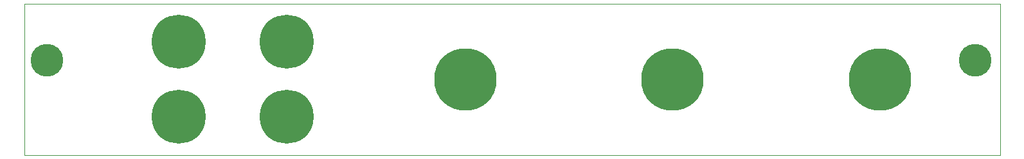
<source format=gbs>
G75*
%MOIN*%
%OFA0B0*%
%FSLAX24Y24*%
%IPPOS*%
%LPD*%
%AMOC8*
5,1,8,0,0,1.08239X$1,22.5*
%
%ADD10C,0.0000*%
%ADD11C,0.1700*%
%ADD12C,0.3235*%
%ADD13C,0.2802*%
D10*
X004060Y005430D02*
X004060Y013304D01*
X054651Y013304D01*
X054651Y005430D01*
X004060Y005430D01*
D11*
X005241Y010351D03*
X053351Y010351D03*
D12*
X048420Y009367D03*
X037670Y009367D03*
X026920Y009367D03*
D13*
X017670Y007417D03*
X012070Y007417D03*
X012070Y011317D03*
X017670Y011317D03*
M02*

</source>
